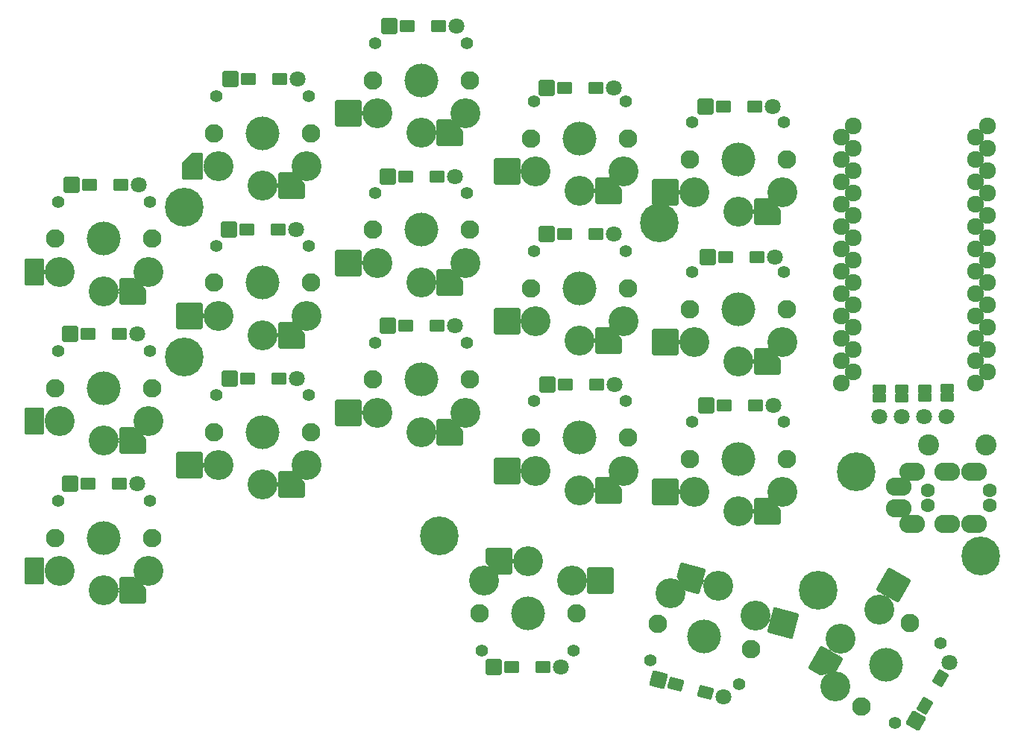
<source format=gbs>
G04 #@! TF.GenerationSoftware,KiCad,Pcbnew,(6.0.0-rc1-307-gc186d1f319)*
G04 #@! TF.CreationDate,2022-03-27T09:47:18+01:00*
G04 #@! TF.ProjectId,chocofi,63686f63-6f66-4692-9e6b-696361645f70,2.1*
G04 #@! TF.SameCoordinates,Original*
G04 #@! TF.FileFunction,Soldermask,Bot*
G04 #@! TF.FilePolarity,Negative*
%FSLAX46Y46*%
G04 Gerber Fmt 4.6, Leading zero omitted, Abs format (unit mm)*
G04 Created by KiCad (PCBNEW (6.0.0-rc1-307-gc186d1f319)) date 2022-03-27 09:47:18*
%MOMM*%
%LPD*%
G01*
G04 APERTURE LIST*
G04 Aperture macros list*
%AMRoundRect*
0 Rectangle with rounded corners*
0 $1 Rounding radius*
0 $2 $3 $4 $5 $6 $7 $8 $9 X,Y pos of 4 corners*
0 Add a 4 corners polygon primitive as box body*
4,1,4,$2,$3,$4,$5,$6,$7,$8,$9,$2,$3,0*
0 Add four circle primitives for the rounded corners*
1,1,$1+$1,$2,$3*
1,1,$1+$1,$4,$5*
1,1,$1+$1,$6,$7*
1,1,$1+$1,$8,$9*
0 Add four rect primitives between the rounded corners*
20,1,$1+$1,$2,$3,$4,$5,0*
20,1,$1+$1,$4,$5,$6,$7,0*
20,1,$1+$1,$6,$7,$8,$9,0*
20,1,$1+$1,$8,$9,$2,$3,0*%
%AMFreePoly0*
4,1,22,0.216777,1.480194,0.271421,1.441421,1.441421,0.271421,1.488777,0.196056,1.500000,0.130000,1.500000,-1.300000,1.480194,-1.386777,1.424698,-1.456366,1.344504,-1.494986,1.300000,-1.500000,-1.300000,-1.500000,-1.386777,-1.480194,-1.456366,-1.424698,-1.494986,-1.344504,-1.500000,-1.300000,-1.500000,1.300000,-1.480194,1.386777,-1.424698,1.456366,-1.344504,1.494986,-1.300000,1.500000,
0.130000,1.500000,0.216777,1.480194,0.216777,1.480194,$1*%
%AMFreePoly1*
4,1,22,1.111777,1.480194,1.181366,1.424698,1.219986,1.344504,1.225000,1.300000,1.225000,-1.300000,1.205194,-1.386777,1.149698,-1.456366,1.069504,-1.494986,1.025000,-1.500000,-1.025000,-1.500000,-1.111777,-1.480194,-1.181366,-1.424698,-1.219986,-1.344504,-1.225000,-1.300000,-1.225000,0.275000,-1.205194,0.361777,-1.166421,0.416421,-0.141421,1.441421,-0.066056,1.488777,0.000000,1.500000,
1.025000,1.500000,1.111777,1.480194,1.111777,1.480194,$1*%
G04 Aperture macros list end*
%ADD10RoundRect,0.200000X-0.698500X-0.698500X0.698500X-0.698500X0.698500X0.698500X-0.698500X0.698500X0*%
%ADD11RoundRect,0.200000X-0.650000X-0.475000X0.650000X-0.475000X0.650000X0.475000X-0.650000X0.475000X0*%
%ADD12C,1.797000*%
%ADD13RoundRect,0.200000X-0.750791X-0.290582X0.504913X-0.627047X0.750791X0.290582X-0.504913X0.627047X0*%
%ADD14RoundRect,0.200000X-0.855484X-0.493914X0.493914X-0.855484X0.855484X0.493914X-0.493914X0.855484X0*%
%ADD15RoundRect,0.200000X0.255669X-0.954169X0.954169X0.255669X-0.255669X0.954169X-0.954169X-0.255669X0*%
%ADD16RoundRect,0.200000X0.086362X-0.800417X0.736362X0.325417X-0.086362X0.800417X-0.736362X-0.325417X0*%
%ADD17C,1.600000*%
%ADD18O,2.900000X2.100000*%
%ADD19C,2.101800*%
%ADD20C,3.829000*%
%ADD21C,3.400000*%
%ADD22C,1.390600*%
%ADD23FreePoly0,0.000000*%
%ADD24RoundRect,0.200000X-0.925000X-1.300000X0.925000X-1.300000X0.925000X1.300000X-0.925000X1.300000X0*%
%ADD25FreePoly1,0.000000*%
%ADD26RoundRect,0.200000X-1.300000X-1.300000X1.300000X-1.300000X1.300000X1.300000X-1.300000X1.300000X0*%
%ADD27RoundRect,0.200000X-0.937500X-1.300000X0.937500X-1.300000X0.937500X1.300000X-0.937500X1.300000X0*%
%ADD28FreePoly0,180.000000*%
%ADD29RoundRect,0.200000X1.300000X1.300000X-1.300000X1.300000X-1.300000X-1.300000X1.300000X-1.300000X0*%
%ADD30FreePoly0,165.000000*%
%ADD31RoundRect,0.200000X1.592168X0.919239X-0.919239X1.592168X-1.592168X-0.919239X0.919239X-1.592168X0*%
%ADD32FreePoly0,240.000000*%
%ADD33RoundRect,0.200000X-0.475833X1.775833X-1.775833X-0.475833X0.475833X-1.775833X1.775833X0.475833X0*%
%ADD34C,1.924000*%
%ADD35C,2.400000*%
%ADD36C,4.400000*%
%ADD37RoundRect,0.200000X-0.571500X0.317500X-0.571500X-0.317500X0.571500X-0.317500X0.571500X0.317500X0*%
G04 APERTURE END LIST*
D10*
X82194400Y-64312800D03*
D11*
X84229400Y-64312800D03*
X87779400Y-64312800D03*
D12*
X89814400Y-64312800D03*
D10*
X100279200Y-52273200D03*
D11*
X102314200Y-52273200D03*
D12*
X107899200Y-52273200D03*
D11*
X105864200Y-52273200D03*
D10*
X118262400Y-46228000D03*
D11*
X120297400Y-46228000D03*
D12*
X125882400Y-46228000D03*
D11*
X123847400Y-46228000D03*
X138229800Y-53289200D03*
D10*
X136194800Y-53289200D03*
D11*
X141779800Y-53289200D03*
D12*
X143814800Y-53289200D03*
D10*
X154178000Y-55422800D03*
D11*
X156213000Y-55422800D03*
X159763000Y-55422800D03*
D12*
X161798000Y-55422800D03*
D10*
X82092800Y-81229200D03*
D11*
X84127800Y-81229200D03*
D12*
X89712800Y-81229200D03*
D11*
X87677800Y-81229200D03*
D10*
X100076000Y-69342000D03*
D11*
X102111000Y-69342000D03*
D12*
X107696000Y-69342000D03*
D11*
X105661000Y-69342000D03*
X120195800Y-63347600D03*
D10*
X118160800Y-63347600D03*
D11*
X123745800Y-63347600D03*
D12*
X125780800Y-63347600D03*
D11*
X138179000Y-69900800D03*
D10*
X136144000Y-69900800D03*
D12*
X143764000Y-69900800D03*
D11*
X141729000Y-69900800D03*
X156517800Y-72491600D03*
D10*
X154482800Y-72491600D03*
D11*
X160067800Y-72491600D03*
D12*
X162102800Y-72491600D03*
D10*
X82092800Y-98247200D03*
D11*
X84127800Y-98247200D03*
D12*
X89712800Y-98247200D03*
D11*
X87677800Y-98247200D03*
D10*
X100177600Y-86309200D03*
D11*
X102212600Y-86309200D03*
D12*
X107797600Y-86309200D03*
D11*
X105762600Y-86309200D03*
D10*
X118160800Y-80314800D03*
D11*
X120195800Y-80314800D03*
X123745800Y-80314800D03*
D12*
X125780800Y-80314800D03*
D10*
X136245600Y-86969600D03*
D11*
X138280600Y-86969600D03*
D12*
X143865600Y-86969600D03*
D11*
X141830600Y-86969600D03*
X156314600Y-89357200D03*
D10*
X154279600Y-89357200D03*
D11*
X159864600Y-89357200D03*
D12*
X161899600Y-89357200D03*
D11*
X132184600Y-119075200D03*
D10*
X130149600Y-119075200D03*
D11*
X135734600Y-119075200D03*
D12*
X137769600Y-119075200D03*
D13*
X150799764Y-121001192D03*
D14*
X148834105Y-120474495D03*
D12*
X156194459Y-122446697D03*
D13*
X154228800Y-121920000D03*
D15*
X178053166Y-125194992D03*
D16*
X179070666Y-123432630D03*
X180845666Y-120358240D03*
D12*
X181863166Y-118595878D03*
D17*
X186460000Y-98961000D03*
X179460000Y-98961000D03*
X186460000Y-100711000D03*
X179460000Y-100711000D03*
D18*
X176160000Y-101061000D03*
X176160000Y-98611000D03*
X184660000Y-102811000D03*
X184660000Y-96861000D03*
X181660000Y-96861000D03*
X181660000Y-102811000D03*
X177660000Y-96861000D03*
X177660000Y-102811000D03*
D19*
X91410000Y-70400000D03*
D20*
X85910000Y-70400000D03*
D21*
X80910000Y-74150000D03*
D22*
X91130000Y-66200000D03*
D21*
X85910000Y-76350000D03*
D22*
X80690000Y-66200000D03*
D19*
X80410000Y-70400000D03*
D21*
X90910000Y-74150000D03*
D23*
X89185000Y-76350000D03*
D24*
X78010000Y-74150000D03*
D22*
X98690000Y-54200000D03*
D19*
X109410000Y-58400000D03*
D21*
X103910000Y-64350000D03*
D22*
X109130000Y-54200000D03*
D21*
X98910000Y-62150000D03*
D20*
X103910000Y-58400000D03*
D21*
X108910000Y-62150000D03*
D19*
X98410000Y-58400000D03*
D23*
X107185000Y-64350000D03*
D25*
X95960000Y-62150000D03*
D20*
X121910000Y-52400000D03*
D19*
X116410000Y-52400000D03*
D22*
X127130000Y-48200000D03*
D21*
X121910000Y-58350000D03*
X116910000Y-56150000D03*
D22*
X116690000Y-48200000D03*
D19*
X127410000Y-52400000D03*
D21*
X126910000Y-56150000D03*
D23*
X125185000Y-58350000D03*
D26*
X113635000Y-56150000D03*
D19*
X145410000Y-59020000D03*
D21*
X134910000Y-62770000D03*
X139910000Y-64970000D03*
D22*
X134690000Y-54820000D03*
D20*
X139910000Y-59020000D03*
D22*
X145130000Y-54820000D03*
D19*
X134410000Y-59020000D03*
D21*
X144910000Y-62770000D03*
D23*
X143185000Y-64970000D03*
D26*
X131635000Y-62770000D03*
D21*
X152910000Y-65150000D03*
X157910000Y-67350000D03*
D22*
X152690000Y-57200000D03*
D20*
X157910000Y-61400000D03*
D19*
X152410000Y-61400000D03*
X163410000Y-61400000D03*
D21*
X162910000Y-65150000D03*
D22*
X163130000Y-57200000D03*
D23*
X161185000Y-67350000D03*
D26*
X149635000Y-65150000D03*
D21*
X90910000Y-91150000D03*
D19*
X91410000Y-87400000D03*
X80410000Y-87400000D03*
D21*
X80910000Y-91150000D03*
D22*
X80690000Y-83200000D03*
D21*
X85910000Y-93350000D03*
D22*
X91130000Y-83200000D03*
D20*
X85910000Y-87400000D03*
D23*
X89185000Y-93350000D03*
D27*
X78010000Y-91150000D03*
D19*
X98410000Y-75400000D03*
D22*
X109130000Y-71200000D03*
D20*
X103910000Y-75400000D03*
D19*
X109410000Y-75400000D03*
D21*
X108910000Y-79150000D03*
X98910000Y-79150000D03*
X103910000Y-81350000D03*
D22*
X98690000Y-71200000D03*
D23*
X107185000Y-81350000D03*
D26*
X95635000Y-79150000D03*
D21*
X121910000Y-75350000D03*
D19*
X116410000Y-69400000D03*
D22*
X127130000Y-65200000D03*
D19*
X127410000Y-69400000D03*
D22*
X116690000Y-65200000D03*
D20*
X121910000Y-69400000D03*
D21*
X116910000Y-73150000D03*
X126910000Y-73150000D03*
D23*
X125185000Y-75350000D03*
D26*
X113635000Y-73150000D03*
D21*
X134910000Y-79770000D03*
D22*
X134690000Y-71820000D03*
D21*
X144910000Y-79770000D03*
X139910000Y-81970000D03*
D19*
X134410000Y-76020000D03*
D20*
X139910000Y-76020000D03*
D19*
X145410000Y-76020000D03*
D22*
X145130000Y-71820000D03*
D23*
X143185000Y-81970000D03*
D26*
X131635000Y-79770000D03*
D19*
X163410000Y-78400000D03*
D21*
X162910000Y-82150000D03*
D19*
X152410000Y-78400000D03*
D22*
X152690000Y-74200000D03*
X163130000Y-74200000D03*
D21*
X157910000Y-84350000D03*
D20*
X157910000Y-78400000D03*
D21*
X152910000Y-82150000D03*
D23*
X161185000Y-84350000D03*
D26*
X149635000Y-82150000D03*
D22*
X91130000Y-100200000D03*
X80690000Y-100200000D03*
D21*
X90910000Y-108150000D03*
D19*
X91410000Y-104400000D03*
X80410000Y-104400000D03*
D20*
X85910000Y-104400000D03*
D21*
X80910000Y-108150000D03*
X85910000Y-110350000D03*
D23*
X89185000Y-110350000D03*
D27*
X78010000Y-108150000D03*
D21*
X103910000Y-98350000D03*
X98910000Y-96150000D03*
D22*
X98690000Y-88200000D03*
D19*
X109410000Y-92400000D03*
D21*
X108910000Y-96150000D03*
D19*
X98410000Y-92400000D03*
D22*
X109130000Y-88200000D03*
D20*
X103910000Y-92400000D03*
D23*
X107185000Y-98350000D03*
D26*
X95635000Y-96150000D03*
D20*
X121910000Y-86400000D03*
D21*
X116910000Y-90150000D03*
D22*
X116690000Y-82200000D03*
D21*
X126910000Y-90150000D03*
D19*
X127410000Y-86400000D03*
D22*
X127130000Y-82200000D03*
D19*
X116410000Y-86400000D03*
D21*
X121910000Y-92350000D03*
D23*
X125185000Y-92350000D03*
D26*
X113635000Y-90150000D03*
D22*
X145130000Y-88825000D03*
X134690000Y-88825000D03*
D19*
X134410000Y-93025000D03*
D21*
X139910000Y-98975000D03*
D19*
X145410000Y-93025000D03*
D21*
X134910000Y-96775000D03*
D20*
X139910000Y-93025000D03*
D21*
X144910000Y-96775000D03*
D23*
X143185000Y-98975000D03*
D26*
X131635000Y-96775000D03*
D21*
X157910000Y-101350000D03*
D20*
X157910000Y-95400000D03*
D19*
X163410000Y-95400000D03*
D21*
X152910000Y-99150000D03*
D22*
X152690000Y-91200000D03*
D21*
X162910000Y-99150000D03*
D19*
X152410000Y-95400000D03*
D22*
X163130000Y-91200000D03*
D23*
X161185000Y-101350000D03*
D26*
X149635000Y-99150000D03*
D22*
X139230000Y-117190000D03*
D21*
X134010000Y-107040000D03*
D19*
X128510000Y-112990000D03*
D21*
X139010000Y-109240000D03*
D20*
X134010000Y-112990000D03*
D19*
X139510000Y-112990000D03*
D21*
X129010000Y-109240000D03*
D22*
X128790000Y-117190000D03*
D28*
X130735000Y-107040000D03*
D29*
X142285000Y-109240000D03*
D22*
X158015093Y-120987924D03*
D21*
X155599973Y-109832741D03*
X150200942Y-110663683D03*
D20*
X154060000Y-115580000D03*
D21*
X159860201Y-113251873D03*
D19*
X148747408Y-114156495D03*
D22*
X147930827Y-118285853D03*
D19*
X159372592Y-117003505D03*
D30*
X152436566Y-108985109D03*
D31*
X163023608Y-114099506D03*
D21*
X173912405Y-112584873D03*
X169507149Y-115815000D03*
D22*
X180907307Y-116369347D03*
D19*
X171910000Y-123553140D03*
X177410000Y-114026860D03*
D21*
X168912405Y-121245127D03*
D20*
X174660000Y-118790000D03*
D22*
X175687307Y-125410653D03*
D32*
X167869649Y-118651233D03*
D33*
X175549905Y-109748640D03*
D34*
X169620000Y-58870400D03*
X186166400Y-57600400D03*
X186166400Y-60140400D03*
X169620000Y-61410400D03*
X186166400Y-62680400D03*
X169620000Y-63950400D03*
X186166400Y-65220400D03*
X169620000Y-66490400D03*
X169620000Y-69030400D03*
X186166400Y-67760400D03*
X169620000Y-71570400D03*
X186166400Y-70300400D03*
X169620000Y-74110400D03*
X186166400Y-72840400D03*
X169620000Y-76650400D03*
X186166400Y-75380400D03*
X186166400Y-77920400D03*
X169620000Y-79190400D03*
X186166400Y-80460400D03*
X169620000Y-81730400D03*
X186166400Y-83000400D03*
X169620000Y-84270400D03*
X186166400Y-85540400D03*
X169620000Y-86810400D03*
X170946400Y-85540400D03*
X184860000Y-86810400D03*
X170946400Y-83000400D03*
X184860000Y-84270400D03*
X184860000Y-81730400D03*
X170946400Y-80460400D03*
X184860000Y-79190400D03*
X170946400Y-77920400D03*
X184860000Y-76650400D03*
X170946400Y-75380400D03*
X184860000Y-74110400D03*
X170946400Y-72840400D03*
X184860000Y-71570400D03*
X170946400Y-70300400D03*
X170946400Y-67760400D03*
X184860000Y-69030400D03*
X184860000Y-66490400D03*
X170946400Y-65220400D03*
X184860000Y-63950400D03*
X170946400Y-62680400D03*
X170946400Y-60140400D03*
X184860000Y-61410400D03*
X184860000Y-58870400D03*
X170946400Y-57600400D03*
D12*
X173930000Y-90608400D03*
X176470000Y-90608400D03*
X179010000Y-90608400D03*
X181550000Y-90608400D03*
D35*
X186003000Y-93853000D03*
X179503000Y-93853000D03*
D36*
X171323000Y-96901000D03*
X185420000Y-106426000D03*
X95000000Y-66802000D03*
X148971000Y-68580000D03*
X123952000Y-104140000D03*
X167005000Y-110363000D03*
X95000000Y-83820000D03*
D37*
X176480000Y-87478020D03*
X176480000Y-88478780D03*
X173930000Y-87507620D03*
X173930000Y-88508380D03*
X181640000Y-87428020D03*
X181640000Y-88428780D03*
X179060000Y-87448020D03*
X179060000Y-88448780D03*
G36*
X168378170Y-117210467D02*
G01*
X168414894Y-117215302D01*
X168443939Y-117193014D01*
X168448726Y-117156655D01*
X168430662Y-117130248D01*
X168430510Y-117128254D01*
X168432160Y-117127125D01*
X168433496Y-117127506D01*
X168607351Y-117254983D01*
X168830077Y-117372164D01*
X168895712Y-117395084D01*
X168897018Y-117396599D01*
X168896359Y-117398487D01*
X168895166Y-117398969D01*
X168858145Y-117401071D01*
X168833768Y-117428385D01*
X168835849Y-117465044D01*
X168855190Y-117485874D01*
X169742215Y-117997998D01*
X169742464Y-117998168D01*
X169742469Y-117998172D01*
X169743197Y-118000035D01*
X169741948Y-118001597D01*
X169740220Y-118001466D01*
X167966385Y-116977342D01*
X167965385Y-116975610D01*
X167966385Y-116973878D01*
X167968385Y-116973878D01*
X168378170Y-117210467D01*
G37*
G36*
X161650661Y-113431722D02*
G01*
X161651179Y-113433654D01*
X161508033Y-113967883D01*
X161506619Y-113969297D01*
X161504687Y-113968779D01*
X161504118Y-113967626D01*
X161499231Y-113930507D01*
X161470186Y-113908220D01*
X161433796Y-113913011D01*
X161414002Y-113934898D01*
X161412099Y-113935511D01*
X161410616Y-113934170D01*
X161410695Y-113932735D01*
X161455794Y-113832620D01*
X161524108Y-113590397D01*
X161543918Y-113434673D01*
X161545129Y-113433081D01*
X161547113Y-113433333D01*
X161547832Y-113434399D01*
X161557585Y-113470174D01*
X161589369Y-113488339D01*
X161624767Y-113478689D01*
X161641855Y-113452995D01*
X161647315Y-113432618D01*
X161648729Y-113431204D01*
X161650661Y-113431722D01*
G37*
G36*
X173679334Y-110398407D02*
G01*
X175474139Y-111434638D01*
X175475139Y-111436370D01*
X175474139Y-111438102D01*
X175472139Y-111438102D01*
X175049031Y-111193821D01*
X175012307Y-111188986D01*
X174983262Y-111211274D01*
X174978466Y-111247702D01*
X174991888Y-111270150D01*
X174991918Y-111272149D01*
X174990202Y-111273176D01*
X174988801Y-111272633D01*
X174980987Y-111265283D01*
X174774206Y-111121833D01*
X174548484Y-111010519D01*
X174516709Y-111000348D01*
X174515365Y-110998867D01*
X174515974Y-110996963D01*
X174517153Y-110996450D01*
X174554105Y-110993380D01*
X174577760Y-110965438D01*
X174574718Y-110928831D01*
X174555952Y-110909142D01*
X173677339Y-110401875D01*
X173677090Y-110401705D01*
X173677085Y-110401701D01*
X173676357Y-110399838D01*
X173677606Y-110398276D01*
X173679334Y-110398407D01*
G37*
G36*
X87686442Y-110064424D02*
G01*
X87687000Y-110065810D01*
X87687000Y-110619229D01*
X87686000Y-110620961D01*
X87684000Y-110620961D01*
X87683152Y-110619994D01*
X87668826Y-110585407D01*
X87635002Y-110571397D01*
X87601111Y-110585435D01*
X87587385Y-110613422D01*
X87585724Y-110614536D01*
X87583928Y-110613656D01*
X87583605Y-110612289D01*
X87605674Y-110438816D01*
X87607998Y-110350056D01*
X87589343Y-110099019D01*
X87584492Y-110077580D01*
X87585085Y-110075670D01*
X87587036Y-110075229D01*
X87588076Y-110075985D01*
X87609476Y-110106265D01*
X87645559Y-110112465D01*
X87675561Y-110091261D01*
X87683079Y-110065255D01*
X87684520Y-110063868D01*
X87686442Y-110064424D01*
G37*
G36*
X153955852Y-109114474D02*
G01*
X153956421Y-109115627D01*
X153961308Y-109152746D01*
X153990353Y-109175033D01*
X154026728Y-109170244D01*
X154047057Y-109147165D01*
X154048952Y-109146526D01*
X154050453Y-109147848D01*
X154050402Y-109149260D01*
X153989724Y-109293959D01*
X153927775Y-109537884D01*
X153916764Y-109647237D01*
X153915595Y-109648861D01*
X153913605Y-109648660D01*
X153912859Y-109647613D01*
X153902173Y-109612104D01*
X153869921Y-109594776D01*
X153834776Y-109605353D01*
X153818516Y-109630513D01*
X153816736Y-109631424D01*
X153815056Y-109630339D01*
X153814904Y-109628909D01*
X153952506Y-109115370D01*
X153953920Y-109113956D01*
X153955852Y-109114474D01*
G37*
G36*
X140786442Y-108954424D02*
G01*
X140787000Y-108955810D01*
X140787000Y-109509229D01*
X140786000Y-109510961D01*
X140784000Y-109510961D01*
X140783152Y-109509994D01*
X140768826Y-109475407D01*
X140735002Y-109461397D01*
X140701111Y-109475435D01*
X140687385Y-109503422D01*
X140685724Y-109504536D01*
X140683928Y-109503656D01*
X140683605Y-109502289D01*
X140705674Y-109328816D01*
X140707998Y-109240056D01*
X140689343Y-108989019D01*
X140684492Y-108967580D01*
X140685085Y-108965670D01*
X140687036Y-108965229D01*
X140688076Y-108965985D01*
X140709476Y-108996265D01*
X140745559Y-109002465D01*
X140775561Y-108981261D01*
X140783079Y-108955255D01*
X140784520Y-108953868D01*
X140786442Y-108954424D01*
G37*
G36*
X79149348Y-107802390D02*
G01*
X79163674Y-107836977D01*
X79197498Y-107850987D01*
X79231453Y-107836923D01*
X79243964Y-107814922D01*
X79245690Y-107813911D01*
X79247428Y-107814900D01*
X79247641Y-107816403D01*
X79237802Y-107855143D01*
X79212588Y-108105550D01*
X79224663Y-108356933D01*
X79248300Y-108475765D01*
X79247657Y-108477659D01*
X79245695Y-108478049D01*
X79244675Y-108477266D01*
X79224075Y-108446434D01*
X79188167Y-108439292D01*
X79157632Y-108459694D01*
X79149414Y-108486788D01*
X79147954Y-108488155D01*
X79146040Y-108487574D01*
X79145500Y-108486207D01*
X79145500Y-107803155D01*
X79146500Y-107801423D01*
X79148500Y-107801423D01*
X79149348Y-107802390D01*
G37*
G36*
X132236848Y-106751130D02*
G01*
X132251174Y-106785717D01*
X132284998Y-106799727D01*
X132318876Y-106785695D01*
X132332764Y-106756412D01*
X132334410Y-106755276D01*
X132336217Y-106756133D01*
X132336561Y-106757469D01*
X132312588Y-106995550D01*
X132324663Y-107246933D01*
X132335800Y-107302923D01*
X132335157Y-107304817D01*
X132333195Y-107305207D01*
X132332175Y-107304424D01*
X132311575Y-107273592D01*
X132275667Y-107266450D01*
X132245132Y-107286852D01*
X132236914Y-107313946D01*
X132235454Y-107315313D01*
X132233540Y-107314732D01*
X132233000Y-107313365D01*
X132233000Y-106751895D01*
X132234000Y-106750163D01*
X132236000Y-106750163D01*
X132236848Y-106751130D01*
G37*
G36*
X159686442Y-101064424D02*
G01*
X159687000Y-101065810D01*
X159687000Y-101619229D01*
X159686000Y-101620961D01*
X159684000Y-101620961D01*
X159683152Y-101619994D01*
X159668826Y-101585407D01*
X159635002Y-101571397D01*
X159601111Y-101585435D01*
X159587385Y-101613422D01*
X159585724Y-101614536D01*
X159583928Y-101613656D01*
X159583605Y-101612289D01*
X159605674Y-101438816D01*
X159607998Y-101350056D01*
X159589343Y-101099019D01*
X159584492Y-101077580D01*
X159585085Y-101075670D01*
X159587036Y-101075229D01*
X159588076Y-101075985D01*
X159609476Y-101106265D01*
X159645559Y-101112465D01*
X159675561Y-101091261D01*
X159683079Y-101065255D01*
X159684520Y-101063868D01*
X159686442Y-101064424D01*
G37*
G36*
X151136848Y-98861130D02*
G01*
X151151174Y-98895717D01*
X151184998Y-98909727D01*
X151218876Y-98895695D01*
X151232764Y-98866412D01*
X151234410Y-98865276D01*
X151236217Y-98866133D01*
X151236561Y-98867469D01*
X151212588Y-99105550D01*
X151224663Y-99356933D01*
X151235800Y-99412923D01*
X151235157Y-99414817D01*
X151233195Y-99415207D01*
X151232175Y-99414424D01*
X151211575Y-99383592D01*
X151175667Y-99376450D01*
X151145132Y-99396852D01*
X151136914Y-99423946D01*
X151135454Y-99425313D01*
X151133540Y-99424732D01*
X151133000Y-99423365D01*
X151133000Y-98861895D01*
X151134000Y-98860163D01*
X151136000Y-98860163D01*
X151136848Y-98861130D01*
G37*
G36*
X141686442Y-98689424D02*
G01*
X141687000Y-98690810D01*
X141687000Y-99244229D01*
X141686000Y-99245961D01*
X141684000Y-99245961D01*
X141683152Y-99244994D01*
X141668826Y-99210407D01*
X141635002Y-99196397D01*
X141601111Y-99210435D01*
X141587385Y-99238422D01*
X141585724Y-99239536D01*
X141583928Y-99238656D01*
X141583605Y-99237289D01*
X141605674Y-99063816D01*
X141607998Y-98975056D01*
X141589343Y-98724019D01*
X141584492Y-98702580D01*
X141585085Y-98700670D01*
X141587036Y-98700229D01*
X141588076Y-98700985D01*
X141609476Y-98731265D01*
X141645559Y-98737465D01*
X141675561Y-98716261D01*
X141683079Y-98690255D01*
X141684520Y-98688868D01*
X141686442Y-98689424D01*
G37*
G36*
X105686442Y-98064424D02*
G01*
X105687000Y-98065810D01*
X105687000Y-98619229D01*
X105686000Y-98620961D01*
X105684000Y-98620961D01*
X105683152Y-98619994D01*
X105668826Y-98585407D01*
X105635002Y-98571397D01*
X105601111Y-98585435D01*
X105587385Y-98613422D01*
X105585724Y-98614536D01*
X105583928Y-98613656D01*
X105583605Y-98612289D01*
X105605674Y-98438816D01*
X105607998Y-98350056D01*
X105589343Y-98099019D01*
X105584492Y-98077580D01*
X105585085Y-98075670D01*
X105587036Y-98075229D01*
X105588076Y-98075985D01*
X105609476Y-98106265D01*
X105645559Y-98112465D01*
X105675561Y-98091261D01*
X105683079Y-98065255D01*
X105684520Y-98063868D01*
X105686442Y-98064424D01*
G37*
G36*
X133136848Y-96486130D02*
G01*
X133151174Y-96520717D01*
X133184998Y-96534727D01*
X133218876Y-96520695D01*
X133232764Y-96491412D01*
X133234410Y-96490276D01*
X133236217Y-96491133D01*
X133236561Y-96492469D01*
X133212588Y-96730550D01*
X133224663Y-96981933D01*
X133235800Y-97037923D01*
X133235157Y-97039817D01*
X133233195Y-97040207D01*
X133232175Y-97039424D01*
X133211575Y-97008592D01*
X133175667Y-97001450D01*
X133145132Y-97021852D01*
X133136914Y-97048946D01*
X133135454Y-97050313D01*
X133133540Y-97049732D01*
X133133000Y-97048365D01*
X133133000Y-96486895D01*
X133134000Y-96485163D01*
X133136000Y-96485163D01*
X133136848Y-96486130D01*
G37*
G36*
X97136848Y-95861130D02*
G01*
X97151174Y-95895717D01*
X97184998Y-95909727D01*
X97218876Y-95895695D01*
X97232764Y-95866412D01*
X97234410Y-95865276D01*
X97236217Y-95866133D01*
X97236561Y-95867469D01*
X97212588Y-96105550D01*
X97224663Y-96356933D01*
X97235800Y-96412923D01*
X97235157Y-96414817D01*
X97233195Y-96415207D01*
X97232175Y-96414424D01*
X97211575Y-96383592D01*
X97175667Y-96376450D01*
X97145132Y-96396852D01*
X97136914Y-96423946D01*
X97135454Y-96425313D01*
X97133540Y-96424732D01*
X97133000Y-96423365D01*
X97133000Y-95861895D01*
X97134000Y-95860163D01*
X97136000Y-95860163D01*
X97136848Y-95861130D01*
G37*
G36*
X87686442Y-93064424D02*
G01*
X87687000Y-93065810D01*
X87687000Y-93619229D01*
X87686000Y-93620961D01*
X87684000Y-93620961D01*
X87683152Y-93619994D01*
X87668826Y-93585407D01*
X87635002Y-93571397D01*
X87601111Y-93585435D01*
X87587385Y-93613422D01*
X87585724Y-93614536D01*
X87583928Y-93613656D01*
X87583605Y-93612289D01*
X87605674Y-93438816D01*
X87607998Y-93350056D01*
X87589343Y-93099019D01*
X87584492Y-93077580D01*
X87585085Y-93075670D01*
X87587036Y-93075229D01*
X87588076Y-93075985D01*
X87609476Y-93106265D01*
X87645559Y-93112465D01*
X87675561Y-93091261D01*
X87683079Y-93065255D01*
X87684520Y-93063868D01*
X87686442Y-93064424D01*
G37*
G36*
X123686442Y-92064424D02*
G01*
X123687000Y-92065810D01*
X123687000Y-92619229D01*
X123686000Y-92620961D01*
X123684000Y-92620961D01*
X123683152Y-92619994D01*
X123668826Y-92585407D01*
X123635002Y-92571397D01*
X123601111Y-92585435D01*
X123587385Y-92613422D01*
X123585724Y-92614536D01*
X123583928Y-92613656D01*
X123583605Y-92612289D01*
X123605674Y-92438816D01*
X123607998Y-92350056D01*
X123589343Y-92099019D01*
X123584492Y-92077580D01*
X123585085Y-92075670D01*
X123587036Y-92075229D01*
X123588076Y-92075985D01*
X123609476Y-92106265D01*
X123645559Y-92112465D01*
X123675561Y-92091261D01*
X123683079Y-92065255D01*
X123684520Y-92063868D01*
X123686442Y-92064424D01*
G37*
G36*
X79149348Y-90802390D02*
G01*
X79163674Y-90836977D01*
X79197498Y-90850987D01*
X79231453Y-90836923D01*
X79243964Y-90814922D01*
X79245690Y-90813911D01*
X79247428Y-90814900D01*
X79247641Y-90816403D01*
X79237802Y-90855143D01*
X79212588Y-91105550D01*
X79224663Y-91356933D01*
X79248300Y-91475765D01*
X79247657Y-91477659D01*
X79245695Y-91478049D01*
X79244675Y-91477266D01*
X79224075Y-91446434D01*
X79188167Y-91439292D01*
X79157632Y-91459694D01*
X79149414Y-91486788D01*
X79147954Y-91488155D01*
X79146040Y-91487574D01*
X79145500Y-91486207D01*
X79145500Y-90803155D01*
X79146500Y-90801423D01*
X79148500Y-90801423D01*
X79149348Y-90802390D01*
G37*
G36*
X115136848Y-89861130D02*
G01*
X115151174Y-89895717D01*
X115184998Y-89909727D01*
X115218876Y-89895695D01*
X115232764Y-89866412D01*
X115234410Y-89865276D01*
X115236217Y-89866133D01*
X115236561Y-89867469D01*
X115212588Y-90105550D01*
X115224663Y-90356933D01*
X115235800Y-90412923D01*
X115235157Y-90414817D01*
X115233195Y-90415207D01*
X115232175Y-90414424D01*
X115211575Y-90383592D01*
X115175667Y-90376450D01*
X115145132Y-90396852D01*
X115136914Y-90423946D01*
X115135454Y-90425313D01*
X115133540Y-90424732D01*
X115133000Y-90423365D01*
X115133000Y-89861895D01*
X115134000Y-89860163D01*
X115136000Y-89860163D01*
X115136848Y-89861130D01*
G37*
G36*
X159686442Y-84064424D02*
G01*
X159687000Y-84065810D01*
X159687000Y-84619229D01*
X159686000Y-84620961D01*
X159684000Y-84620961D01*
X159683152Y-84619994D01*
X159668826Y-84585407D01*
X159635002Y-84571397D01*
X159601111Y-84585435D01*
X159587385Y-84613422D01*
X159585724Y-84614536D01*
X159583928Y-84613656D01*
X159583605Y-84612289D01*
X159605674Y-84438816D01*
X159607998Y-84350056D01*
X159589343Y-84099019D01*
X159584492Y-84077580D01*
X159585085Y-84075670D01*
X159587036Y-84075229D01*
X159588076Y-84075985D01*
X159609476Y-84106265D01*
X159645559Y-84112465D01*
X159675561Y-84091261D01*
X159683079Y-84065255D01*
X159684520Y-84063868D01*
X159686442Y-84064424D01*
G37*
G36*
X151136848Y-81861130D02*
G01*
X151151174Y-81895717D01*
X151184998Y-81909727D01*
X151218876Y-81895695D01*
X151232764Y-81866412D01*
X151234410Y-81865276D01*
X151236217Y-81866133D01*
X151236561Y-81867469D01*
X151212588Y-82105550D01*
X151224663Y-82356933D01*
X151235800Y-82412923D01*
X151235157Y-82414817D01*
X151233195Y-82415207D01*
X151232175Y-82414424D01*
X151211575Y-82383592D01*
X151175667Y-82376450D01*
X151145132Y-82396852D01*
X151136914Y-82423946D01*
X151135454Y-82425313D01*
X151133540Y-82424732D01*
X151133000Y-82423365D01*
X151133000Y-81861895D01*
X151134000Y-81860163D01*
X151136000Y-81860163D01*
X151136848Y-81861130D01*
G37*
G36*
X141686442Y-81684424D02*
G01*
X141687000Y-81685810D01*
X141687000Y-82239229D01*
X141686000Y-82240961D01*
X141684000Y-82240961D01*
X141683152Y-82239994D01*
X141668826Y-82205407D01*
X141635002Y-82191397D01*
X141601111Y-82205435D01*
X141587385Y-82233422D01*
X141585724Y-82234536D01*
X141583928Y-82233656D01*
X141583605Y-82232289D01*
X141605674Y-82058816D01*
X141607998Y-81970056D01*
X141589343Y-81719019D01*
X141584492Y-81697580D01*
X141585085Y-81695670D01*
X141587036Y-81695229D01*
X141588076Y-81695985D01*
X141609476Y-81726265D01*
X141645559Y-81732465D01*
X141675561Y-81711261D01*
X141683079Y-81685255D01*
X141684520Y-81683868D01*
X141686442Y-81684424D01*
G37*
G36*
X105686442Y-81064424D02*
G01*
X105687000Y-81065810D01*
X105687000Y-81619229D01*
X105686000Y-81620961D01*
X105684000Y-81620961D01*
X105683152Y-81619994D01*
X105668826Y-81585407D01*
X105635002Y-81571397D01*
X105601111Y-81585435D01*
X105587385Y-81613422D01*
X105585724Y-81614536D01*
X105583928Y-81613656D01*
X105583605Y-81612289D01*
X105605674Y-81438816D01*
X105607998Y-81350056D01*
X105589343Y-81099019D01*
X105584492Y-81077580D01*
X105585085Y-81075670D01*
X105587036Y-81075229D01*
X105588076Y-81075985D01*
X105609476Y-81106265D01*
X105645559Y-81112465D01*
X105675561Y-81091261D01*
X105683079Y-81065255D01*
X105684520Y-81063868D01*
X105686442Y-81064424D01*
G37*
G36*
X133136848Y-79481130D02*
G01*
X133151174Y-79515717D01*
X133184998Y-79529727D01*
X133218876Y-79515695D01*
X133232764Y-79486412D01*
X133234410Y-79485276D01*
X133236217Y-79486133D01*
X133236561Y-79487469D01*
X133212588Y-79725550D01*
X133224663Y-79976933D01*
X133235800Y-80032923D01*
X133235157Y-80034817D01*
X133233195Y-80035207D01*
X133232175Y-80034424D01*
X133211575Y-80003592D01*
X133175667Y-79996450D01*
X133145132Y-80016852D01*
X133136914Y-80043946D01*
X133135454Y-80045313D01*
X133133540Y-80044732D01*
X133133000Y-80043365D01*
X133133000Y-79481895D01*
X133134000Y-79480163D01*
X133136000Y-79480163D01*
X133136848Y-79481130D01*
G37*
G36*
X97136848Y-78861130D02*
G01*
X97151174Y-78895717D01*
X97184998Y-78909727D01*
X97218876Y-78895695D01*
X97232764Y-78866412D01*
X97234410Y-78865276D01*
X97236217Y-78866133D01*
X97236561Y-78867469D01*
X97212588Y-79105550D01*
X97224663Y-79356933D01*
X97235800Y-79412923D01*
X97235157Y-79414817D01*
X97233195Y-79415207D01*
X97232175Y-79414424D01*
X97211575Y-79383592D01*
X97175667Y-79376450D01*
X97145132Y-79396852D01*
X97136914Y-79423946D01*
X97135454Y-79425313D01*
X97133540Y-79424732D01*
X97133000Y-79423365D01*
X97133000Y-78861895D01*
X97134000Y-78860163D01*
X97136000Y-78860163D01*
X97136848Y-78861130D01*
G37*
G36*
X87686442Y-76064424D02*
G01*
X87687000Y-76065810D01*
X87687000Y-76619229D01*
X87686000Y-76620961D01*
X87684000Y-76620961D01*
X87683152Y-76619994D01*
X87668826Y-76585407D01*
X87635002Y-76571397D01*
X87601111Y-76585435D01*
X87587385Y-76613422D01*
X87585724Y-76614536D01*
X87583928Y-76613656D01*
X87583605Y-76612289D01*
X87605674Y-76438816D01*
X87607998Y-76350056D01*
X87589343Y-76099019D01*
X87584492Y-76077580D01*
X87585085Y-76075670D01*
X87587036Y-76075229D01*
X87588076Y-76075985D01*
X87609476Y-76106265D01*
X87645559Y-76112465D01*
X87675561Y-76091261D01*
X87683079Y-76065255D01*
X87684520Y-76063868D01*
X87686442Y-76064424D01*
G37*
G36*
X123686442Y-75064424D02*
G01*
X123687000Y-75065810D01*
X123687000Y-75619229D01*
X123686000Y-75620961D01*
X123684000Y-75620961D01*
X123683152Y-75619994D01*
X123668826Y-75585407D01*
X123635002Y-75571397D01*
X123601111Y-75585435D01*
X123587385Y-75613422D01*
X123585724Y-75614536D01*
X123583928Y-75613656D01*
X123583605Y-75612289D01*
X123605674Y-75438816D01*
X123607998Y-75350056D01*
X123589343Y-75099019D01*
X123584492Y-75077580D01*
X123585085Y-75075670D01*
X123587036Y-75075229D01*
X123588076Y-75075985D01*
X123609476Y-75106265D01*
X123645559Y-75112465D01*
X123675561Y-75091261D01*
X123683079Y-75065255D01*
X123684520Y-75063868D01*
X123686442Y-75064424D01*
G37*
G36*
X79136848Y-73861130D02*
G01*
X79151174Y-73895717D01*
X79184998Y-73909727D01*
X79218876Y-73895695D01*
X79232764Y-73866412D01*
X79234410Y-73865276D01*
X79236217Y-73866133D01*
X79236561Y-73867469D01*
X79212588Y-74105550D01*
X79224663Y-74356933D01*
X79235800Y-74412923D01*
X79235157Y-74414817D01*
X79233195Y-74415207D01*
X79232175Y-74414424D01*
X79211575Y-74383592D01*
X79175667Y-74376450D01*
X79145132Y-74396852D01*
X79136914Y-74423946D01*
X79135454Y-74425313D01*
X79133540Y-74424732D01*
X79133000Y-74423365D01*
X79133000Y-73861895D01*
X79134000Y-73860163D01*
X79136000Y-73860163D01*
X79136848Y-73861130D01*
G37*
G36*
X115136848Y-72861130D02*
G01*
X115151174Y-72895717D01*
X115184998Y-72909727D01*
X115218876Y-72895695D01*
X115232764Y-72866412D01*
X115234410Y-72865276D01*
X115236217Y-72866133D01*
X115236561Y-72867469D01*
X115212588Y-73105550D01*
X115224663Y-73356933D01*
X115235800Y-73412923D01*
X115235157Y-73414817D01*
X115233195Y-73415207D01*
X115232175Y-73414424D01*
X115211575Y-73383592D01*
X115175667Y-73376450D01*
X115145132Y-73396852D01*
X115136914Y-73423946D01*
X115135454Y-73425313D01*
X115133540Y-73424732D01*
X115133000Y-73423365D01*
X115133000Y-72861895D01*
X115134000Y-72860163D01*
X115136000Y-72860163D01*
X115136848Y-72861130D01*
G37*
G36*
X159686442Y-67064424D02*
G01*
X159687000Y-67065810D01*
X159687000Y-67619229D01*
X159686000Y-67620961D01*
X159684000Y-67620961D01*
X159683152Y-67619994D01*
X159668826Y-67585407D01*
X159635002Y-67571397D01*
X159601111Y-67585435D01*
X159587385Y-67613422D01*
X159585724Y-67614536D01*
X159583928Y-67613656D01*
X159583605Y-67612289D01*
X159605674Y-67438816D01*
X159607998Y-67350056D01*
X159589343Y-67099019D01*
X159584492Y-67077580D01*
X159585085Y-67075670D01*
X159587036Y-67075229D01*
X159588076Y-67075985D01*
X159609476Y-67106265D01*
X159645559Y-67112465D01*
X159675561Y-67091261D01*
X159683079Y-67065255D01*
X159684520Y-67063868D01*
X159686442Y-67064424D01*
G37*
G36*
X151136848Y-64861130D02*
G01*
X151151174Y-64895717D01*
X151184998Y-64909727D01*
X151218876Y-64895695D01*
X151232764Y-64866412D01*
X151234410Y-64865276D01*
X151236217Y-64866133D01*
X151236561Y-64867469D01*
X151212588Y-65105550D01*
X151224663Y-65356933D01*
X151235800Y-65412923D01*
X151235157Y-65414817D01*
X151233195Y-65415207D01*
X151232175Y-65414424D01*
X151211575Y-65383592D01*
X151175667Y-65376450D01*
X151145132Y-65396852D01*
X151136914Y-65423946D01*
X151135454Y-65425313D01*
X151133540Y-65424732D01*
X151133000Y-65423365D01*
X151133000Y-64861895D01*
X151134000Y-64860163D01*
X151136000Y-64860163D01*
X151136848Y-64861130D01*
G37*
G36*
X141686442Y-64684424D02*
G01*
X141687000Y-64685810D01*
X141687000Y-65239229D01*
X141686000Y-65240961D01*
X141684000Y-65240961D01*
X141683152Y-65239994D01*
X141668826Y-65205407D01*
X141635002Y-65191397D01*
X141601111Y-65205435D01*
X141587385Y-65233422D01*
X141585724Y-65234536D01*
X141583928Y-65233656D01*
X141583605Y-65232289D01*
X141605674Y-65058816D01*
X141607998Y-64970056D01*
X141589343Y-64719019D01*
X141584492Y-64697580D01*
X141585085Y-64695670D01*
X141587036Y-64695229D01*
X141588076Y-64695985D01*
X141609476Y-64726265D01*
X141645559Y-64732465D01*
X141675561Y-64711261D01*
X141683079Y-64685255D01*
X141684520Y-64683868D01*
X141686442Y-64684424D01*
G37*
G36*
X105686442Y-64064424D02*
G01*
X105687000Y-64065810D01*
X105687000Y-64619229D01*
X105686000Y-64620961D01*
X105684000Y-64620961D01*
X105683152Y-64619994D01*
X105668826Y-64585407D01*
X105635002Y-64571397D01*
X105601111Y-64585435D01*
X105587385Y-64613422D01*
X105585724Y-64614536D01*
X105583928Y-64613656D01*
X105583605Y-64612289D01*
X105605674Y-64438816D01*
X105607998Y-64350056D01*
X105589343Y-64099019D01*
X105584492Y-64077580D01*
X105585085Y-64075670D01*
X105587036Y-64075229D01*
X105588076Y-64075985D01*
X105609476Y-64106265D01*
X105645559Y-64112465D01*
X105675561Y-64091261D01*
X105683079Y-64065255D01*
X105684520Y-64063868D01*
X105686442Y-64064424D01*
G37*
G36*
X133136848Y-62481130D02*
G01*
X133151174Y-62515717D01*
X133184998Y-62529727D01*
X133218876Y-62515695D01*
X133232764Y-62486412D01*
X133234410Y-62485276D01*
X133236217Y-62486133D01*
X133236561Y-62487469D01*
X133212588Y-62725550D01*
X133224663Y-62976933D01*
X133235800Y-63032923D01*
X133235157Y-63034817D01*
X133233195Y-63035207D01*
X133232175Y-63034424D01*
X133211575Y-63003592D01*
X133175667Y-62996450D01*
X133145132Y-63016852D01*
X133136914Y-63043946D01*
X133135454Y-63045313D01*
X133133540Y-63044732D01*
X133133000Y-63043365D01*
X133133000Y-62481895D01*
X133134000Y-62480163D01*
X133136000Y-62480163D01*
X133136848Y-62481130D01*
G37*
G36*
X97186848Y-61654735D02*
G01*
X97201174Y-61689322D01*
X97234998Y-61703332D01*
X97268953Y-61689268D01*
X97281464Y-61667265D01*
X97283190Y-61666254D01*
X97284928Y-61667243D01*
X97285141Y-61668746D01*
X97237802Y-61855143D01*
X97212588Y-62105550D01*
X97224663Y-62356933D01*
X97273762Y-62603773D01*
X97283697Y-62631444D01*
X97283341Y-62633412D01*
X97281459Y-62634088D01*
X97280335Y-62633465D01*
X97255404Y-62606018D01*
X97218835Y-62604262D01*
X97191591Y-62629008D01*
X97186952Y-62649719D01*
X97185597Y-62651191D01*
X97183646Y-62650754D01*
X97183000Y-62649282D01*
X97183000Y-61655500D01*
X97184000Y-61653768D01*
X97186000Y-61653768D01*
X97186848Y-61654735D01*
G37*
G36*
X123686442Y-58064424D02*
G01*
X123687000Y-58065810D01*
X123687000Y-58619229D01*
X123686000Y-58620961D01*
X123684000Y-58620961D01*
X123683152Y-58619994D01*
X123668826Y-58585407D01*
X123635002Y-58571397D01*
X123601111Y-58585435D01*
X123587385Y-58613422D01*
X123585724Y-58614536D01*
X123583928Y-58613656D01*
X123583605Y-58612289D01*
X123605674Y-58438816D01*
X123607998Y-58350056D01*
X123589343Y-58099019D01*
X123584492Y-58077580D01*
X123585085Y-58075670D01*
X123587036Y-58075229D01*
X123588076Y-58075985D01*
X123609476Y-58106265D01*
X123645559Y-58112465D01*
X123675561Y-58091261D01*
X123683079Y-58065255D01*
X123684520Y-58063868D01*
X123686442Y-58064424D01*
G37*
G36*
X115136848Y-55861130D02*
G01*
X115151174Y-55895717D01*
X115184998Y-55909727D01*
X115218876Y-55895695D01*
X115232764Y-55866412D01*
X115234410Y-55865276D01*
X115236217Y-55866133D01*
X115236561Y-55867469D01*
X115212588Y-56105550D01*
X115224663Y-56356933D01*
X115235800Y-56412923D01*
X115235157Y-56414817D01*
X115233195Y-56415207D01*
X115232175Y-56414424D01*
X115211575Y-56383592D01*
X115175667Y-56376450D01*
X115145132Y-56396852D01*
X115136914Y-56423946D01*
X115135454Y-56425313D01*
X115133540Y-56424732D01*
X115133000Y-56423365D01*
X115133000Y-55861895D01*
X115134000Y-55860163D01*
X115136000Y-55860163D01*
X115136848Y-55861130D01*
G37*
M02*

</source>
